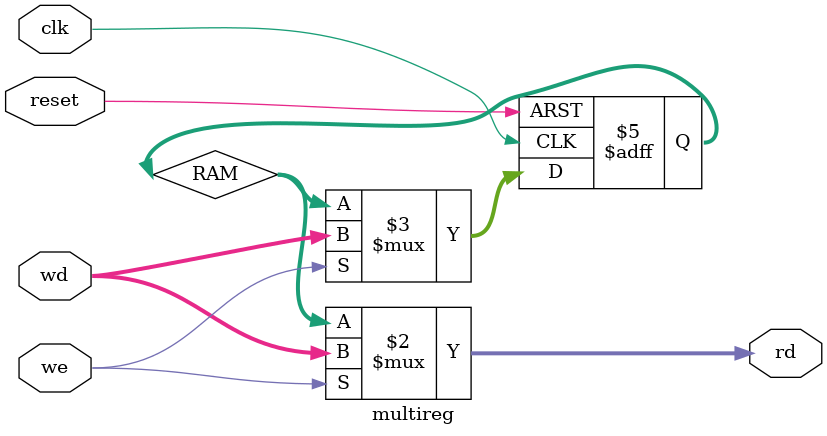
<source format=v>
module multireg(
	clk,
	reset,
	we,
	wd,
	rd
);

	input clk;
	input reset;
	input we;
	input [31:0] wd;
	output [31:0] rd;
	
	reg [31:0] RAM;
	always@(posedge clk or posedge reset)
	if(reset)
		RAM <= 0;
	else if(we)
		RAM <= wd;
		
	assign rd = we ? wd : RAM;
endmodule

</source>
